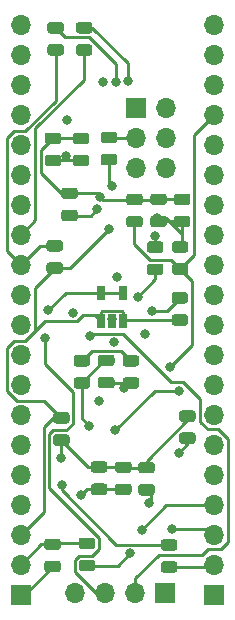
<source format=gbr>
%TF.GenerationSoftware,KiCad,Pcbnew,(5.1.6)-1*%
%TF.CreationDate,2020-09-14T17:11:37+02:00*%
%TF.ProjectId,STM32_blue_pill_4_layers,53544d33-325f-4626-9c75-655f70696c6c,rev?*%
%TF.SameCoordinates,Original*%
%TF.FileFunction,Copper,L4,Bot*%
%TF.FilePolarity,Positive*%
%FSLAX46Y46*%
G04 Gerber Fmt 4.6, Leading zero omitted, Abs format (unit mm)*
G04 Created by KiCad (PCBNEW (5.1.6)-1) date 2020-09-14 17:11:37*
%MOMM*%
%LPD*%
G01*
G04 APERTURE LIST*
%TA.AperFunction,SMDPad,CuDef*%
%ADD10R,0.670000X1.170000*%
%TD*%
%TA.AperFunction,ComponentPad*%
%ADD11O,1.700000X1.700000*%
%TD*%
%TA.AperFunction,ComponentPad*%
%ADD12R,1.700000X1.700000*%
%TD*%
%TA.AperFunction,ViaPad*%
%ADD13C,0.800000*%
%TD*%
%TA.AperFunction,Conductor*%
%ADD14C,0.250000*%
%TD*%
G04 APERTURE END LIST*
D10*
%TO.P,U2,1*%
%TO.N,/5V*%
X130620000Y-87210000D03*
%TO.P,U2,2*%
%TO.N,GND*%
X129680000Y-87210000D03*
%TO.P,U2,3*%
%TO.N,/5V*%
X128740000Y-87210000D03*
%TO.P,U2,4*%
%TO.N,/3V3*%
X128740000Y-84770000D03*
%TO.P,U2,5*%
X130620000Y-84770000D03*
%TD*%
%TO.P,R9,2*%
%TO.N,/BOOT1*%
%TA.AperFunction,SMDPad,CuDef*%
G36*
G01*
X132853750Y-82310000D02*
X133766250Y-82310000D01*
G75*
G02*
X134010000Y-82553750I0J-243750D01*
G01*
X134010000Y-83041250D01*
G75*
G02*
X133766250Y-83285000I-243750J0D01*
G01*
X132853750Y-83285000D01*
G75*
G02*
X132610000Y-83041250I0J243750D01*
G01*
X132610000Y-82553750D01*
G75*
G02*
X132853750Y-82310000I243750J0D01*
G01*
G37*
%TD.AperFunction*%
%TO.P,R9,1*%
%TO.N,Net-(J4-Pad4)*%
%TA.AperFunction,SMDPad,CuDef*%
G36*
G01*
X132853750Y-80435000D02*
X133766250Y-80435000D01*
G75*
G02*
X134010000Y-80678750I0J-243750D01*
G01*
X134010000Y-81166250D01*
G75*
G02*
X133766250Y-81410000I-243750J0D01*
G01*
X132853750Y-81410000D01*
G75*
G02*
X132610000Y-81166250I0J243750D01*
G01*
X132610000Y-80678750D01*
G75*
G02*
X132853750Y-80435000I243750J0D01*
G01*
G37*
%TD.AperFunction*%
%TD*%
%TO.P,R8,2*%
%TO.N,Net-(J4-Pad3)*%
%TA.AperFunction,SMDPad,CuDef*%
G36*
G01*
X129846250Y-72130000D02*
X128933750Y-72130000D01*
G75*
G02*
X128690000Y-71886250I0J243750D01*
G01*
X128690000Y-71398750D01*
G75*
G02*
X128933750Y-71155000I243750J0D01*
G01*
X129846250Y-71155000D01*
G75*
G02*
X130090000Y-71398750I0J-243750D01*
G01*
X130090000Y-71886250D01*
G75*
G02*
X129846250Y-72130000I-243750J0D01*
G01*
G37*
%TD.AperFunction*%
%TO.P,R8,1*%
%TO.N,/BOOT0*%
%TA.AperFunction,SMDPad,CuDef*%
G36*
G01*
X129846250Y-74005000D02*
X128933750Y-74005000D01*
G75*
G02*
X128690000Y-73761250I0J243750D01*
G01*
X128690000Y-73273750D01*
G75*
G02*
X128933750Y-73030000I243750J0D01*
G01*
X129846250Y-73030000D01*
G75*
G02*
X130090000Y-73273750I0J-243750D01*
G01*
X130090000Y-73761250D01*
G75*
G02*
X129846250Y-74005000I-243750J0D01*
G01*
G37*
%TD.AperFunction*%
%TD*%
%TO.P,R7,2*%
%TO.N,/5V*%
%TA.AperFunction,SMDPad,CuDef*%
G36*
G01*
X124353750Y-82202500D02*
X125266250Y-82202500D01*
G75*
G02*
X125510000Y-82446250I0J-243750D01*
G01*
X125510000Y-82933750D01*
G75*
G02*
X125266250Y-83177500I-243750J0D01*
G01*
X124353750Y-83177500D01*
G75*
G02*
X124110000Y-82933750I0J243750D01*
G01*
X124110000Y-82446250D01*
G75*
G02*
X124353750Y-82202500I243750J0D01*
G01*
G37*
%TD.AperFunction*%
%TO.P,R7,1*%
%TO.N,/PA12*%
%TA.AperFunction,SMDPad,CuDef*%
G36*
G01*
X124353750Y-80327500D02*
X125266250Y-80327500D01*
G75*
G02*
X125510000Y-80571250I0J-243750D01*
G01*
X125510000Y-81058750D01*
G75*
G02*
X125266250Y-81302500I-243750J0D01*
G01*
X124353750Y-81302500D01*
G75*
G02*
X124110000Y-81058750I0J243750D01*
G01*
X124110000Y-80571250D01*
G75*
G02*
X124353750Y-80327500I243750J0D01*
G01*
G37*
%TD.AperFunction*%
%TD*%
%TO.P,R6,2*%
%TO.N,/PA11*%
%TA.AperFunction,SMDPad,CuDef*%
G36*
G01*
X126843750Y-63740000D02*
X127756250Y-63740000D01*
G75*
G02*
X128000000Y-63983750I0J-243750D01*
G01*
X128000000Y-64471250D01*
G75*
G02*
X127756250Y-64715000I-243750J0D01*
G01*
X126843750Y-64715000D01*
G75*
G02*
X126600000Y-64471250I0J243750D01*
G01*
X126600000Y-63983750D01*
G75*
G02*
X126843750Y-63740000I243750J0D01*
G01*
G37*
%TD.AperFunction*%
%TO.P,R6,1*%
%TO.N,Net-(J3-Pad2)*%
%TA.AperFunction,SMDPad,CuDef*%
G36*
G01*
X126843750Y-61865000D02*
X127756250Y-61865000D01*
G75*
G02*
X128000000Y-62108750I0J-243750D01*
G01*
X128000000Y-62596250D01*
G75*
G02*
X127756250Y-62840000I-243750J0D01*
G01*
X126843750Y-62840000D01*
G75*
G02*
X126600000Y-62596250I0J243750D01*
G01*
X126600000Y-62108750D01*
G75*
G02*
X126843750Y-61865000I243750J0D01*
G01*
G37*
%TD.AperFunction*%
%TD*%
%TO.P,R5,2*%
%TO.N,/PA12*%
%TA.AperFunction,SMDPad,CuDef*%
G36*
G01*
X124423750Y-63737500D02*
X125336250Y-63737500D01*
G75*
G02*
X125580000Y-63981250I0J-243750D01*
G01*
X125580000Y-64468750D01*
G75*
G02*
X125336250Y-64712500I-243750J0D01*
G01*
X124423750Y-64712500D01*
G75*
G02*
X124180000Y-64468750I0J243750D01*
G01*
X124180000Y-63981250D01*
G75*
G02*
X124423750Y-63737500I243750J0D01*
G01*
G37*
%TD.AperFunction*%
%TO.P,R5,1*%
%TO.N,Net-(J3-Pad3)*%
%TA.AperFunction,SMDPad,CuDef*%
G36*
G01*
X124423750Y-61862500D02*
X125336250Y-61862500D01*
G75*
G02*
X125580000Y-62106250I0J-243750D01*
G01*
X125580000Y-62593750D01*
G75*
G02*
X125336250Y-62837500I-243750J0D01*
G01*
X124423750Y-62837500D01*
G75*
G02*
X124180000Y-62593750I0J243750D01*
G01*
X124180000Y-62106250D01*
G75*
G02*
X124423750Y-61862500I243750J0D01*
G01*
G37*
%TD.AperFunction*%
%TD*%
%TO.P,R4,2*%
%TO.N,Net-(D2-Pad1)*%
%TA.AperFunction,SMDPad,CuDef*%
G36*
G01*
X134946250Y-106622500D02*
X134033750Y-106622500D01*
G75*
G02*
X133790000Y-106378750I0J243750D01*
G01*
X133790000Y-105891250D01*
G75*
G02*
X134033750Y-105647500I243750J0D01*
G01*
X134946250Y-105647500D01*
G75*
G02*
X135190000Y-105891250I0J-243750D01*
G01*
X135190000Y-106378750D01*
G75*
G02*
X134946250Y-106622500I-243750J0D01*
G01*
G37*
%TD.AperFunction*%
%TO.P,R4,1*%
%TO.N,/PC13*%
%TA.AperFunction,SMDPad,CuDef*%
G36*
G01*
X134946250Y-108497500D02*
X134033750Y-108497500D01*
G75*
G02*
X133790000Y-108253750I0J243750D01*
G01*
X133790000Y-107766250D01*
G75*
G02*
X134033750Y-107522500I243750J0D01*
G01*
X134946250Y-107522500D01*
G75*
G02*
X135190000Y-107766250I0J-243750D01*
G01*
X135190000Y-108253750D01*
G75*
G02*
X134946250Y-108497500I-243750J0D01*
G01*
G37*
%TD.AperFunction*%
%TD*%
%TO.P,R3,2*%
%TO.N,Net-(D1-Pad1)*%
%TA.AperFunction,SMDPad,CuDef*%
G36*
G01*
X132123750Y-100977500D02*
X133036250Y-100977500D01*
G75*
G02*
X133280000Y-101221250I0J-243750D01*
G01*
X133280000Y-101708750D01*
G75*
G02*
X133036250Y-101952500I-243750J0D01*
G01*
X132123750Y-101952500D01*
G75*
G02*
X131880000Y-101708750I0J243750D01*
G01*
X131880000Y-101221250D01*
G75*
G02*
X132123750Y-100977500I243750J0D01*
G01*
G37*
%TD.AperFunction*%
%TO.P,R3,1*%
%TO.N,GND*%
%TA.AperFunction,SMDPad,CuDef*%
G36*
G01*
X132123750Y-99102500D02*
X133036250Y-99102500D01*
G75*
G02*
X133280000Y-99346250I0J-243750D01*
G01*
X133280000Y-99833750D01*
G75*
G02*
X133036250Y-100077500I-243750J0D01*
G01*
X132123750Y-100077500D01*
G75*
G02*
X131880000Y-99833750I0J243750D01*
G01*
X131880000Y-99346250D01*
G75*
G02*
X132123750Y-99102500I243750J0D01*
G01*
G37*
%TD.AperFunction*%
%TD*%
%TO.P,R2,2*%
%TO.N,/OSCOUT*%
%TA.AperFunction,SMDPad,CuDef*%
G36*
G01*
X129626250Y-91002500D02*
X128713750Y-91002500D01*
G75*
G02*
X128470000Y-90758750I0J243750D01*
G01*
X128470000Y-90271250D01*
G75*
G02*
X128713750Y-90027500I243750J0D01*
G01*
X129626250Y-90027500D01*
G75*
G02*
X129870000Y-90271250I0J-243750D01*
G01*
X129870000Y-90758750D01*
G75*
G02*
X129626250Y-91002500I-243750J0D01*
G01*
G37*
%TD.AperFunction*%
%TO.P,R2,1*%
%TO.N,/OSCIN*%
%TA.AperFunction,SMDPad,CuDef*%
G36*
G01*
X129626250Y-92877500D02*
X128713750Y-92877500D01*
G75*
G02*
X128470000Y-92633750I0J243750D01*
G01*
X128470000Y-92146250D01*
G75*
G02*
X128713750Y-91902500I243750J0D01*
G01*
X129626250Y-91902500D01*
G75*
G02*
X129870000Y-92146250I0J-243750D01*
G01*
X129870000Y-92633750D01*
G75*
G02*
X129626250Y-92877500I-243750J0D01*
G01*
G37*
%TD.AperFunction*%
%TD*%
%TO.P,R1,2*%
%TO.N,/3V3*%
%TA.AperFunction,SMDPad,CuDef*%
G36*
G01*
X135886250Y-81390000D02*
X134973750Y-81390000D01*
G75*
G02*
X134730000Y-81146250I0J243750D01*
G01*
X134730000Y-80658750D01*
G75*
G02*
X134973750Y-80415000I243750J0D01*
G01*
X135886250Y-80415000D01*
G75*
G02*
X136130000Y-80658750I0J-243750D01*
G01*
X136130000Y-81146250D01*
G75*
G02*
X135886250Y-81390000I-243750J0D01*
G01*
G37*
%TD.AperFunction*%
%TO.P,R1,1*%
%TO.N,/RESET*%
%TA.AperFunction,SMDPad,CuDef*%
G36*
G01*
X135886250Y-83265000D02*
X134973750Y-83265000D01*
G75*
G02*
X134730000Y-83021250I0J243750D01*
G01*
X134730000Y-82533750D01*
G75*
G02*
X134973750Y-82290000I243750J0D01*
G01*
X135886250Y-82290000D01*
G75*
G02*
X136130000Y-82533750I0J-243750D01*
G01*
X136130000Y-83021250D01*
G75*
G02*
X135886250Y-83265000I-243750J0D01*
G01*
G37*
%TD.AperFunction*%
%TD*%
D11*
%TO.P,J5,4*%
%TO.N,GND*%
X126550000Y-110170000D03*
%TO.P,J5,3*%
%TO.N,/SWCLK*%
X129090000Y-110170000D03*
%TO.P,J5,2*%
%TO.N,/SWIO*%
X131630000Y-110170000D03*
D12*
%TO.P,J5,1*%
%TO.N,/3V3*%
X134170000Y-110170000D03*
%TD*%
D11*
%TO.P,J4,6*%
%TO.N,GND*%
X134210000Y-74260000D03*
%TO.P,J4,5*%
X131670000Y-74260000D03*
%TO.P,J4,4*%
%TO.N,Net-(J4-Pad4)*%
X134210000Y-71720000D03*
%TO.P,J4,3*%
%TO.N,Net-(J4-Pad3)*%
X131670000Y-71720000D03*
%TO.P,J4,2*%
%TO.N,/3V3*%
X134210000Y-69180000D03*
D12*
%TO.P,J4,1*%
X131670000Y-69180000D03*
%TD*%
D11*
%TO.P,J2,20*%
%TO.N,/PB12*%
X121950000Y-62090000D03*
%TO.P,J2,19*%
%TO.N,/PB13*%
X121950000Y-64630000D03*
%TO.P,J2,18*%
%TO.N,/PB14*%
X121950000Y-67170000D03*
%TO.P,J2,17*%
%TO.N,/PB15*%
X121950000Y-69710000D03*
%TO.P,J2,16*%
%TO.N,/PA8*%
X121950000Y-72250000D03*
%TO.P,J2,15*%
%TO.N,/PA9*%
X121950000Y-74790000D03*
%TO.P,J2,14*%
%TO.N,/PA10*%
X121950000Y-77330000D03*
%TO.P,J2,13*%
%TO.N,/PA11*%
X121950000Y-79870000D03*
%TO.P,J2,12*%
%TO.N,/PA12*%
X121950000Y-82410000D03*
%TO.P,J2,11*%
%TO.N,/PA15*%
X121950000Y-84950000D03*
%TO.P,J2,10*%
%TO.N,/PB3*%
X121950000Y-87490000D03*
%TO.P,J2,9*%
%TO.N,/PB4*%
X121950000Y-90030000D03*
%TO.P,J2,8*%
%TO.N,/PB5*%
X121950000Y-92570000D03*
%TO.P,J2,7*%
%TO.N,/PB6*%
X121950000Y-95110000D03*
%TO.P,J2,6*%
%TO.N,/PB7*%
X121950000Y-97650000D03*
%TO.P,J2,5*%
%TO.N,/PB8*%
X121950000Y-100190000D03*
%TO.P,J2,4*%
%TO.N,/PB9*%
X121950000Y-102730000D03*
%TO.P,J2,3*%
%TO.N,/5V*%
X121950000Y-105270000D03*
%TO.P,J2,2*%
%TO.N,GND*%
X121950000Y-107810000D03*
D12*
%TO.P,J2,1*%
%TO.N,/3V3*%
X121950000Y-110350000D03*
%TD*%
D11*
%TO.P,J1,20*%
%TO.N,GND*%
X138320000Y-62130000D03*
%TO.P,J1,19*%
X138320000Y-64670000D03*
%TO.P,J1,18*%
%TO.N,/3V3*%
X138320000Y-67210000D03*
%TO.P,J1,17*%
%TO.N,/RESET*%
X138320000Y-69750000D03*
%TO.P,J1,16*%
%TO.N,/PB11*%
X138320000Y-72290000D03*
%TO.P,J1,15*%
%TO.N,/PB10*%
X138320000Y-74830000D03*
%TO.P,J1,14*%
%TO.N,/PB1*%
X138320000Y-77370000D03*
%TO.P,J1,13*%
%TO.N,/PB0*%
X138320000Y-79910000D03*
%TO.P,J1,12*%
%TO.N,/PA7*%
X138320000Y-82450000D03*
%TO.P,J1,11*%
%TO.N,/PA6*%
X138320000Y-84990000D03*
%TO.P,J1,10*%
%TO.N,/PA5*%
X138320000Y-87530000D03*
%TO.P,J1,9*%
%TO.N,/PA4*%
X138320000Y-90070000D03*
%TO.P,J1,8*%
%TO.N,/PA3*%
X138320000Y-92610000D03*
%TO.P,J1,7*%
%TO.N,/PA2*%
X138320000Y-95150000D03*
%TO.P,J1,6*%
%TO.N,/PA1*%
X138320000Y-97690000D03*
%TO.P,J1,5*%
%TO.N,/PA0*%
X138320000Y-100230000D03*
%TO.P,J1,4*%
%TO.N,/PC15*%
X138320000Y-102770000D03*
%TO.P,J1,3*%
%TO.N,/PC14*%
X138320000Y-105310000D03*
%TO.P,J1,2*%
%TO.N,/PC13*%
X138320000Y-107850000D03*
D12*
%TO.P,J1,1*%
%TO.N,/VBAT*%
X138320000Y-110390000D03*
%TD*%
%TO.P,C15,2*%
%TO.N,GND*%
%TA.AperFunction,SMDPad,CuDef*%
G36*
G01*
X129016250Y-100032500D02*
X128103750Y-100032500D01*
G75*
G02*
X127860000Y-99788750I0J243750D01*
G01*
X127860000Y-99301250D01*
G75*
G02*
X128103750Y-99057500I243750J0D01*
G01*
X129016250Y-99057500D01*
G75*
G02*
X129260000Y-99301250I0J-243750D01*
G01*
X129260000Y-99788750D01*
G75*
G02*
X129016250Y-100032500I-243750J0D01*
G01*
G37*
%TD.AperFunction*%
%TO.P,C15,1*%
%TO.N,/3V3*%
%TA.AperFunction,SMDPad,CuDef*%
G36*
G01*
X129016250Y-101907500D02*
X128103750Y-101907500D01*
G75*
G02*
X127860000Y-101663750I0J243750D01*
G01*
X127860000Y-101176250D01*
G75*
G02*
X128103750Y-100932500I243750J0D01*
G01*
X129016250Y-100932500D01*
G75*
G02*
X129260000Y-101176250I0J-243750D01*
G01*
X129260000Y-101663750D01*
G75*
G02*
X129016250Y-101907500I-243750J0D01*
G01*
G37*
%TD.AperFunction*%
%TD*%
%TO.P,C14,2*%
%TO.N,GND*%
%TA.AperFunction,SMDPad,CuDef*%
G36*
G01*
X125106250Y-72197500D02*
X124193750Y-72197500D01*
G75*
G02*
X123950000Y-71953750I0J243750D01*
G01*
X123950000Y-71466250D01*
G75*
G02*
X124193750Y-71222500I243750J0D01*
G01*
X125106250Y-71222500D01*
G75*
G02*
X125350000Y-71466250I0J-243750D01*
G01*
X125350000Y-71953750D01*
G75*
G02*
X125106250Y-72197500I-243750J0D01*
G01*
G37*
%TD.AperFunction*%
%TO.P,C14,1*%
%TO.N,/3V3*%
%TA.AperFunction,SMDPad,CuDef*%
G36*
G01*
X125106250Y-74072500D02*
X124193750Y-74072500D01*
G75*
G02*
X123950000Y-73828750I0J243750D01*
G01*
X123950000Y-73341250D01*
G75*
G02*
X124193750Y-73097500I243750J0D01*
G01*
X125106250Y-73097500D01*
G75*
G02*
X125350000Y-73341250I0J-243750D01*
G01*
X125350000Y-73828750D01*
G75*
G02*
X125106250Y-74072500I-243750J0D01*
G01*
G37*
%TD.AperFunction*%
%TD*%
%TO.P,C13,2*%
%TO.N,GND*%
%TA.AperFunction,SMDPad,CuDef*%
G36*
G01*
X136046250Y-77357500D02*
X135133750Y-77357500D01*
G75*
G02*
X134890000Y-77113750I0J243750D01*
G01*
X134890000Y-76626250D01*
G75*
G02*
X135133750Y-76382500I243750J0D01*
G01*
X136046250Y-76382500D01*
G75*
G02*
X136290000Y-76626250I0J-243750D01*
G01*
X136290000Y-77113750D01*
G75*
G02*
X136046250Y-77357500I-243750J0D01*
G01*
G37*
%TD.AperFunction*%
%TO.P,C13,1*%
%TO.N,/3V3*%
%TA.AperFunction,SMDPad,CuDef*%
G36*
G01*
X136046250Y-79232500D02*
X135133750Y-79232500D01*
G75*
G02*
X134890000Y-78988750I0J243750D01*
G01*
X134890000Y-78501250D01*
G75*
G02*
X135133750Y-78257500I243750J0D01*
G01*
X136046250Y-78257500D01*
G75*
G02*
X136290000Y-78501250I0J-243750D01*
G01*
X136290000Y-78988750D01*
G75*
G02*
X136046250Y-79232500I-243750J0D01*
G01*
G37*
%TD.AperFunction*%
%TD*%
%TO.P,C12,2*%
%TO.N,GND*%
%TA.AperFunction,SMDPad,CuDef*%
G36*
G01*
X127486250Y-72197500D02*
X126573750Y-72197500D01*
G75*
G02*
X126330000Y-71953750I0J243750D01*
G01*
X126330000Y-71466250D01*
G75*
G02*
X126573750Y-71222500I243750J0D01*
G01*
X127486250Y-71222500D01*
G75*
G02*
X127730000Y-71466250I0J-243750D01*
G01*
X127730000Y-71953750D01*
G75*
G02*
X127486250Y-72197500I-243750J0D01*
G01*
G37*
%TD.AperFunction*%
%TO.P,C12,1*%
%TO.N,/3V3*%
%TA.AperFunction,SMDPad,CuDef*%
G36*
G01*
X127486250Y-74072500D02*
X126573750Y-74072500D01*
G75*
G02*
X126330000Y-73828750I0J243750D01*
G01*
X126330000Y-73341250D01*
G75*
G02*
X126573750Y-73097500I243750J0D01*
G01*
X127486250Y-73097500D01*
G75*
G02*
X127730000Y-73341250I0J-243750D01*
G01*
X127730000Y-73828750D01*
G75*
G02*
X127486250Y-74072500I-243750J0D01*
G01*
G37*
%TD.AperFunction*%
%TD*%
%TO.P,C11,2*%
%TO.N,GND*%
%TA.AperFunction,SMDPad,CuDef*%
G36*
G01*
X135856250Y-85702500D02*
X134943750Y-85702500D01*
G75*
G02*
X134700000Y-85458750I0J243750D01*
G01*
X134700000Y-84971250D01*
G75*
G02*
X134943750Y-84727500I243750J0D01*
G01*
X135856250Y-84727500D01*
G75*
G02*
X136100000Y-84971250I0J-243750D01*
G01*
X136100000Y-85458750D01*
G75*
G02*
X135856250Y-85702500I-243750J0D01*
G01*
G37*
%TD.AperFunction*%
%TO.P,C11,1*%
%TO.N,/5V*%
%TA.AperFunction,SMDPad,CuDef*%
G36*
G01*
X135856250Y-87577500D02*
X134943750Y-87577500D01*
G75*
G02*
X134700000Y-87333750I0J243750D01*
G01*
X134700000Y-86846250D01*
G75*
G02*
X134943750Y-86602500I243750J0D01*
G01*
X135856250Y-86602500D01*
G75*
G02*
X136100000Y-86846250I0J-243750D01*
G01*
X136100000Y-87333750D01*
G75*
G02*
X135856250Y-87577500I-243750J0D01*
G01*
G37*
%TD.AperFunction*%
%TD*%
%TO.P,C10,2*%
%TO.N,GND*%
%TA.AperFunction,SMDPad,CuDef*%
G36*
G01*
X124903750Y-96762500D02*
X125816250Y-96762500D01*
G75*
G02*
X126060000Y-97006250I0J-243750D01*
G01*
X126060000Y-97493750D01*
G75*
G02*
X125816250Y-97737500I-243750J0D01*
G01*
X124903750Y-97737500D01*
G75*
G02*
X124660000Y-97493750I0J243750D01*
G01*
X124660000Y-97006250D01*
G75*
G02*
X124903750Y-96762500I243750J0D01*
G01*
G37*
%TD.AperFunction*%
%TO.P,C10,1*%
%TO.N,/5V*%
%TA.AperFunction,SMDPad,CuDef*%
G36*
G01*
X124903750Y-94887500D02*
X125816250Y-94887500D01*
G75*
G02*
X126060000Y-95131250I0J-243750D01*
G01*
X126060000Y-95618750D01*
G75*
G02*
X125816250Y-95862500I-243750J0D01*
G01*
X124903750Y-95862500D01*
G75*
G02*
X124660000Y-95618750I0J243750D01*
G01*
X124660000Y-95131250D01*
G75*
G02*
X124903750Y-94887500I243750J0D01*
G01*
G37*
%TD.AperFunction*%
%TD*%
%TO.P,C9,2*%
%TO.N,GND*%
%TA.AperFunction,SMDPad,CuDef*%
G36*
G01*
X134046250Y-77357500D02*
X133133750Y-77357500D01*
G75*
G02*
X132890000Y-77113750I0J243750D01*
G01*
X132890000Y-76626250D01*
G75*
G02*
X133133750Y-76382500I243750J0D01*
G01*
X134046250Y-76382500D01*
G75*
G02*
X134290000Y-76626250I0J-243750D01*
G01*
X134290000Y-77113750D01*
G75*
G02*
X134046250Y-77357500I-243750J0D01*
G01*
G37*
%TD.AperFunction*%
%TO.P,C9,1*%
%TO.N,/3V3*%
%TA.AperFunction,SMDPad,CuDef*%
G36*
G01*
X134046250Y-79232500D02*
X133133750Y-79232500D01*
G75*
G02*
X132890000Y-78988750I0J243750D01*
G01*
X132890000Y-78501250D01*
G75*
G02*
X133133750Y-78257500I243750J0D01*
G01*
X134046250Y-78257500D01*
G75*
G02*
X134290000Y-78501250I0J-243750D01*
G01*
X134290000Y-78988750D01*
G75*
G02*
X134046250Y-79232500I-243750J0D01*
G01*
G37*
%TD.AperFunction*%
%TD*%
%TO.P,C8,2*%
%TO.N,GND*%
%TA.AperFunction,SMDPad,CuDef*%
G36*
G01*
X126516250Y-76860000D02*
X125603750Y-76860000D01*
G75*
G02*
X125360000Y-76616250I0J243750D01*
G01*
X125360000Y-76128750D01*
G75*
G02*
X125603750Y-75885000I243750J0D01*
G01*
X126516250Y-75885000D01*
G75*
G02*
X126760000Y-76128750I0J-243750D01*
G01*
X126760000Y-76616250D01*
G75*
G02*
X126516250Y-76860000I-243750J0D01*
G01*
G37*
%TD.AperFunction*%
%TO.P,C8,1*%
%TO.N,/3V3*%
%TA.AperFunction,SMDPad,CuDef*%
G36*
G01*
X126516250Y-78735000D02*
X125603750Y-78735000D01*
G75*
G02*
X125360000Y-78491250I0J243750D01*
G01*
X125360000Y-78003750D01*
G75*
G02*
X125603750Y-77760000I243750J0D01*
G01*
X126516250Y-77760000D01*
G75*
G02*
X126760000Y-78003750I0J-243750D01*
G01*
X126760000Y-78491250D01*
G75*
G02*
X126516250Y-78735000I-243750J0D01*
G01*
G37*
%TD.AperFunction*%
%TD*%
%TO.P,C7,2*%
%TO.N,GND*%
%TA.AperFunction,SMDPad,CuDef*%
G36*
G01*
X131066250Y-100047500D02*
X130153750Y-100047500D01*
G75*
G02*
X129910000Y-99803750I0J243750D01*
G01*
X129910000Y-99316250D01*
G75*
G02*
X130153750Y-99072500I243750J0D01*
G01*
X131066250Y-99072500D01*
G75*
G02*
X131310000Y-99316250I0J-243750D01*
G01*
X131310000Y-99803750D01*
G75*
G02*
X131066250Y-100047500I-243750J0D01*
G01*
G37*
%TD.AperFunction*%
%TO.P,C7,1*%
%TO.N,/3V3*%
%TA.AperFunction,SMDPad,CuDef*%
G36*
G01*
X131066250Y-101922500D02*
X130153750Y-101922500D01*
G75*
G02*
X129910000Y-101678750I0J243750D01*
G01*
X129910000Y-101191250D01*
G75*
G02*
X130153750Y-100947500I243750J0D01*
G01*
X131066250Y-100947500D01*
G75*
G02*
X131310000Y-101191250I0J-243750D01*
G01*
X131310000Y-101678750D01*
G75*
G02*
X131066250Y-101922500I-243750J0D01*
G01*
G37*
%TD.AperFunction*%
%TD*%
%TO.P,C6,2*%
%TO.N,/PC15*%
%TA.AperFunction,SMDPad,CuDef*%
G36*
G01*
X127073750Y-107392500D02*
X127986250Y-107392500D01*
G75*
G02*
X128230000Y-107636250I0J-243750D01*
G01*
X128230000Y-108123750D01*
G75*
G02*
X127986250Y-108367500I-243750J0D01*
G01*
X127073750Y-108367500D01*
G75*
G02*
X126830000Y-108123750I0J243750D01*
G01*
X126830000Y-107636250D01*
G75*
G02*
X127073750Y-107392500I243750J0D01*
G01*
G37*
%TD.AperFunction*%
%TO.P,C6,1*%
%TO.N,GND*%
%TA.AperFunction,SMDPad,CuDef*%
G36*
G01*
X127073750Y-105517500D02*
X127986250Y-105517500D01*
G75*
G02*
X128230000Y-105761250I0J-243750D01*
G01*
X128230000Y-106248750D01*
G75*
G02*
X127986250Y-106492500I-243750J0D01*
G01*
X127073750Y-106492500D01*
G75*
G02*
X126830000Y-106248750I0J243750D01*
G01*
X126830000Y-105761250D01*
G75*
G02*
X127073750Y-105517500I243750J0D01*
G01*
G37*
%TD.AperFunction*%
%TD*%
%TO.P,C5,2*%
%TO.N,GND*%
%TA.AperFunction,SMDPad,CuDef*%
G36*
G01*
X136496250Y-95712500D02*
X135583750Y-95712500D01*
G75*
G02*
X135340000Y-95468750I0J243750D01*
G01*
X135340000Y-94981250D01*
G75*
G02*
X135583750Y-94737500I243750J0D01*
G01*
X136496250Y-94737500D01*
G75*
G02*
X136740000Y-94981250I0J-243750D01*
G01*
X136740000Y-95468750D01*
G75*
G02*
X136496250Y-95712500I-243750J0D01*
G01*
G37*
%TD.AperFunction*%
%TO.P,C5,1*%
%TO.N,/PC14*%
%TA.AperFunction,SMDPad,CuDef*%
G36*
G01*
X136496250Y-97587500D02*
X135583750Y-97587500D01*
G75*
G02*
X135340000Y-97343750I0J243750D01*
G01*
X135340000Y-96856250D01*
G75*
G02*
X135583750Y-96612500I243750J0D01*
G01*
X136496250Y-96612500D01*
G75*
G02*
X136740000Y-96856250I0J-243750D01*
G01*
X136740000Y-97343750D01*
G75*
G02*
X136496250Y-97587500I-243750J0D01*
G01*
G37*
%TD.AperFunction*%
%TD*%
%TO.P,C4,2*%
%TO.N,/OSCOUT*%
%TA.AperFunction,SMDPad,CuDef*%
G36*
G01*
X126653750Y-91932500D02*
X127566250Y-91932500D01*
G75*
G02*
X127810000Y-92176250I0J-243750D01*
G01*
X127810000Y-92663750D01*
G75*
G02*
X127566250Y-92907500I-243750J0D01*
G01*
X126653750Y-92907500D01*
G75*
G02*
X126410000Y-92663750I0J243750D01*
G01*
X126410000Y-92176250D01*
G75*
G02*
X126653750Y-91932500I243750J0D01*
G01*
G37*
%TD.AperFunction*%
%TO.P,C4,1*%
%TO.N,Net-(C3-Pad2)*%
%TA.AperFunction,SMDPad,CuDef*%
G36*
G01*
X126653750Y-90057500D02*
X127566250Y-90057500D01*
G75*
G02*
X127810000Y-90301250I0J-243750D01*
G01*
X127810000Y-90788750D01*
G75*
G02*
X127566250Y-91032500I-243750J0D01*
G01*
X126653750Y-91032500D01*
G75*
G02*
X126410000Y-90788750I0J243750D01*
G01*
X126410000Y-90301250D01*
G75*
G02*
X126653750Y-90057500I243750J0D01*
G01*
G37*
%TD.AperFunction*%
%TD*%
%TO.P,C3,2*%
%TO.N,Net-(C3-Pad2)*%
%TA.AperFunction,SMDPad,CuDef*%
G36*
G01*
X131716250Y-91032500D02*
X130803750Y-91032500D01*
G75*
G02*
X130560000Y-90788750I0J243750D01*
G01*
X130560000Y-90301250D01*
G75*
G02*
X130803750Y-90057500I243750J0D01*
G01*
X131716250Y-90057500D01*
G75*
G02*
X131960000Y-90301250I0J-243750D01*
G01*
X131960000Y-90788750D01*
G75*
G02*
X131716250Y-91032500I-243750J0D01*
G01*
G37*
%TD.AperFunction*%
%TO.P,C3,1*%
%TO.N,/OSCIN*%
%TA.AperFunction,SMDPad,CuDef*%
G36*
G01*
X131716250Y-92907500D02*
X130803750Y-92907500D01*
G75*
G02*
X130560000Y-92663750I0J243750D01*
G01*
X130560000Y-92176250D01*
G75*
G02*
X130803750Y-91932500I243750J0D01*
G01*
X131716250Y-91932500D01*
G75*
G02*
X131960000Y-92176250I0J-243750D01*
G01*
X131960000Y-92663750D01*
G75*
G02*
X131716250Y-92907500I-243750J0D01*
G01*
G37*
%TD.AperFunction*%
%TD*%
%TO.P,C2,2*%
%TO.N,GND*%
%TA.AperFunction,SMDPad,CuDef*%
G36*
G01*
X125076250Y-106577500D02*
X124163750Y-106577500D01*
G75*
G02*
X123920000Y-106333750I0J243750D01*
G01*
X123920000Y-105846250D01*
G75*
G02*
X124163750Y-105602500I243750J0D01*
G01*
X125076250Y-105602500D01*
G75*
G02*
X125320000Y-105846250I0J-243750D01*
G01*
X125320000Y-106333750D01*
G75*
G02*
X125076250Y-106577500I-243750J0D01*
G01*
G37*
%TD.AperFunction*%
%TO.P,C2,1*%
%TO.N,/3V3*%
%TA.AperFunction,SMDPad,CuDef*%
G36*
G01*
X125076250Y-108452500D02*
X124163750Y-108452500D01*
G75*
G02*
X123920000Y-108208750I0J243750D01*
G01*
X123920000Y-107721250D01*
G75*
G02*
X124163750Y-107477500I243750J0D01*
G01*
X125076250Y-107477500D01*
G75*
G02*
X125320000Y-107721250I0J-243750D01*
G01*
X125320000Y-108208750D01*
G75*
G02*
X125076250Y-108452500I-243750J0D01*
G01*
G37*
%TD.AperFunction*%
%TD*%
%TO.P,C1,2*%
%TO.N,GND*%
%TA.AperFunction,SMDPad,CuDef*%
G36*
G01*
X132016250Y-77380000D02*
X131103750Y-77380000D01*
G75*
G02*
X130860000Y-77136250I0J243750D01*
G01*
X130860000Y-76648750D01*
G75*
G02*
X131103750Y-76405000I243750J0D01*
G01*
X132016250Y-76405000D01*
G75*
G02*
X132260000Y-76648750I0J-243750D01*
G01*
X132260000Y-77136250D01*
G75*
G02*
X132016250Y-77380000I-243750J0D01*
G01*
G37*
%TD.AperFunction*%
%TO.P,C1,1*%
%TO.N,/RESET*%
%TA.AperFunction,SMDPad,CuDef*%
G36*
G01*
X132016250Y-79255000D02*
X131103750Y-79255000D01*
G75*
G02*
X130860000Y-79011250I0J243750D01*
G01*
X130860000Y-78523750D01*
G75*
G02*
X131103750Y-78280000I243750J0D01*
G01*
X132016250Y-78280000D01*
G75*
G02*
X132260000Y-78523750I0J-243750D01*
G01*
X132260000Y-79011250D01*
G75*
G02*
X132016250Y-79255000I-243750J0D01*
G01*
G37*
%TD.AperFunction*%
%TD*%
D13*
%TO.N,GND*%
X125360000Y-98770000D03*
X130070000Y-83440000D03*
X132460000Y-88270000D03*
X128890000Y-66920000D03*
X125810000Y-70120000D03*
X129675012Y-87025009D03*
X133030000Y-86320000D03*
X128663425Y-76683985D03*
X126331193Y-86466484D03*
X129798621Y-88977480D03*
%TO.N,/RESET*%
X134582660Y-91047340D03*
%TO.N,/3V3*%
X128529417Y-93987900D03*
X125743463Y-73193146D03*
X128422379Y-77674437D03*
X124235587Y-86276785D03*
X127050000Y-101880000D03*
X133484990Y-78487102D03*
%TO.N,/OSCIN*%
X130670000Y-92840000D03*
%TO.N,/OSCOUT*%
X127740865Y-96060865D03*
X129930000Y-96420000D03*
X135367898Y-93072579D03*
%TO.N,/PC14*%
X134761883Y-104747819D03*
X135304990Y-98335534D03*
%TO.N,/PC15*%
X131204568Y-106860010D03*
X132170000Y-104830000D03*
%TO.N,/5V*%
X129430000Y-79380000D03*
%TO.N,Net-(D1-Pad1)*%
X132770182Y-102585618D03*
%TO.N,Net-(D2-Pad1)*%
X125410000Y-101080000D03*
%TO.N,Net-(J3-Pad3)*%
X130006683Y-66908381D03*
%TO.N,Net-(J3-Pad2)*%
X131004990Y-66850000D03*
%TO.N,Net-(J4-Pad4)*%
X133310000Y-79960000D03*
%TO.N,/SWCLK*%
X124010000Y-88630000D03*
%TO.N,/SWIO*%
X127800000Y-88460000D03*
%TO.N,/BOOT0*%
X129630000Y-75740000D03*
%TO.N,/BOOT1*%
X131850000Y-85120000D03*
%TD*%
D14*
%TO.N,GND*%
X123670000Y-106090000D02*
X121950000Y-107810000D01*
X124620000Y-106090000D02*
X123670000Y-106090000D01*
X124705000Y-106005000D02*
X124620000Y-106090000D01*
X127530000Y-106005000D02*
X124705000Y-106005000D01*
X130640000Y-99590000D02*
X130610000Y-99560000D01*
X132580000Y-99590000D02*
X130640000Y-99590000D01*
X128575000Y-99560000D02*
X128560000Y-99545000D01*
X130610000Y-99560000D02*
X128575000Y-99560000D01*
X127655000Y-99545000D02*
X125360000Y-97250000D01*
X128560000Y-99545000D02*
X127655000Y-99545000D01*
X132580000Y-99055650D02*
X136040000Y-95595650D01*
X136040000Y-95595650D02*
X136040000Y-95225000D01*
X132580000Y-99590000D02*
X132580000Y-99055650D01*
X125360000Y-97250000D02*
X125360000Y-98770000D01*
X124650000Y-71710000D02*
X127030000Y-71710000D01*
X133567500Y-76892500D02*
X133590000Y-76870000D01*
X131560000Y-76892500D02*
X133567500Y-76892500D01*
X133590000Y-76870000D02*
X135590000Y-76870000D01*
X126060000Y-76372500D02*
X125360000Y-76372500D01*
X125360000Y-76372500D02*
X123624990Y-74637490D01*
X123624990Y-72735010D02*
X124650000Y-71710000D01*
X123624990Y-74637490D02*
X123624990Y-72735010D01*
X129680000Y-87210000D02*
X129680000Y-87029997D01*
X129680000Y-87029997D02*
X129675012Y-87025009D01*
X135400000Y-85215000D02*
X134295000Y-86320000D01*
X134295000Y-86320000D02*
X133030000Y-86320000D01*
X128871940Y-76892500D02*
X128663425Y-76683985D01*
X126060000Y-76372500D02*
X128351940Y-76372500D01*
X131560000Y-76892500D02*
X128871940Y-76892500D01*
X128351940Y-76372500D02*
X128663425Y-76683985D01*
%TO.N,/RESET*%
X132868140Y-81984990D02*
X131560000Y-80676850D01*
X131560000Y-80676850D02*
X131560000Y-78767500D01*
X134637490Y-81984990D02*
X132868140Y-81984990D01*
X135430000Y-82777500D02*
X134637490Y-81984990D01*
X136615010Y-71454990D02*
X138320000Y-69750000D01*
X135430000Y-82777500D02*
X136615010Y-81592490D01*
X136615010Y-81592490D02*
X136615010Y-71454990D01*
X136425010Y-83772510D02*
X136425010Y-89204990D01*
X136425010Y-89204990D02*
X134582660Y-91047340D01*
X135430000Y-82777500D02*
X136425010Y-83772510D01*
%TO.N,/3V3*%
X127030000Y-73585000D02*
X124650000Y-73585000D01*
X135590000Y-78745000D02*
X133590000Y-78745000D01*
X135590000Y-80742500D02*
X135430000Y-80902500D01*
X130620000Y-84770000D02*
X128740000Y-84770000D01*
X128575000Y-101435000D02*
X128560000Y-101420000D01*
X130610000Y-101435000D02*
X128575000Y-101435000D01*
X122235000Y-110350000D02*
X121950000Y-110350000D01*
X124620000Y-107965000D02*
X122235000Y-110350000D01*
X135590000Y-78745000D02*
X135590000Y-79830000D01*
X135590000Y-79830000D02*
X135590000Y-80742500D01*
X125351609Y-73585000D02*
X125743463Y-73193146D01*
X124650000Y-73585000D02*
X125351609Y-73585000D01*
X127849316Y-78247500D02*
X128422379Y-77674437D01*
X126060000Y-78247500D02*
X127849316Y-78247500D01*
X128740000Y-84770000D02*
X125742372Y-84770000D01*
X125742372Y-84770000D02*
X124235587Y-86276785D01*
X128560000Y-101420000D02*
X127510000Y-101420000D01*
X127510000Y-101420000D02*
X127050000Y-101880000D01*
X135590000Y-79830000D02*
X134247102Y-78487102D01*
X134247102Y-78487102D02*
X133484990Y-78487102D01*
%TO.N,Net-(C3-Pad2)*%
X130417490Y-89702490D02*
X127952510Y-89702490D01*
X131260000Y-90545000D02*
X130417490Y-89702490D01*
X127952510Y-89702490D02*
X127110000Y-90545000D01*
%TO.N,/OSCIN*%
X131230000Y-92390000D02*
X131260000Y-92420000D01*
X129170000Y-92390000D02*
X131230000Y-92390000D01*
X131260000Y-92420000D02*
X131090000Y-92420000D01*
X131090000Y-92420000D02*
X130670000Y-92840000D01*
%TO.N,/OSCOUT*%
X129015000Y-90515000D02*
X129170000Y-90515000D01*
X127110000Y-92420000D02*
X129015000Y-90515000D01*
X127110000Y-92420000D02*
X127110000Y-95430000D01*
X127110000Y-95430000D02*
X127740865Y-96060865D01*
X129930000Y-96420000D02*
X133277421Y-93072579D01*
X133277421Y-93072579D02*
X135367898Y-93072579D01*
%TO.N,/PC14*%
X134761883Y-104747819D02*
X137757819Y-104747819D01*
X137757819Y-104747819D02*
X138320000Y-105310000D01*
X136040000Y-97600524D02*
X135304990Y-98335534D01*
X136040000Y-97100000D02*
X136040000Y-97600524D01*
%TO.N,/PC15*%
X127530000Y-107880000D02*
X130184578Y-107880000D01*
X130184578Y-107880000D02*
X131204568Y-106860010D01*
X138320000Y-102770000D02*
X134230000Y-102770000D01*
X134230000Y-102770000D02*
X132170000Y-104830000D01*
%TO.N,/5V*%
X128740000Y-86375000D02*
X128740000Y-87210000D01*
X130544999Y-86299999D02*
X128815001Y-86299999D01*
X128815001Y-86299999D02*
X128740000Y-86375000D01*
X130620000Y-87210000D02*
X130620000Y-86375000D01*
X130620000Y-86375000D02*
X130544999Y-86299999D01*
X130740000Y-87090000D02*
X130620000Y-87210000D01*
X135400000Y-87090000D02*
X130740000Y-87090000D01*
X123919999Y-93934999D02*
X125360000Y-95375000D01*
X121575997Y-93934999D02*
X123919999Y-93934999D01*
X120774999Y-89465999D02*
X120774999Y-93134001D01*
X121385999Y-88854999D02*
X120774999Y-89465999D01*
X122324003Y-88854999D02*
X121385999Y-88854999D01*
X120774999Y-93134001D02*
X121575997Y-93934999D01*
X123125001Y-88054001D02*
X122324003Y-88854999D01*
X123125001Y-84374999D02*
X123125001Y-88054001D01*
X124810000Y-82690000D02*
X123125001Y-84374999D01*
X124660000Y-95375000D02*
X125360000Y-95375000D01*
X123884979Y-96150021D02*
X124660000Y-95375000D01*
X121950000Y-105270000D02*
X123884979Y-103335021D01*
X123884979Y-103335021D02*
X123884979Y-96150021D01*
X127185681Y-86684998D02*
X126660679Y-87210000D01*
X128214998Y-86684998D02*
X127185681Y-86684998D01*
X123969002Y-87210000D02*
X123125001Y-88054001D01*
X126660679Y-87210000D02*
X123969002Y-87210000D01*
X128740000Y-87210000D02*
X128214998Y-86684998D01*
X126120000Y-82690000D02*
X124810000Y-82690000D01*
X129430000Y-79380000D02*
X126120000Y-82690000D01*
%TO.N,Net-(D1-Pad1)*%
X132925000Y-101465000D02*
X132925000Y-102430800D01*
X132925000Y-102430800D02*
X132770182Y-102585618D01*
%TO.N,Net-(D2-Pad1)*%
X130025000Y-106135000D02*
X125410000Y-101520000D01*
X134490000Y-106135000D02*
X130025000Y-106135000D01*
X125410000Y-101520000D02*
X125410000Y-101080000D01*
%TO.N,/PC13*%
X138160000Y-108010000D02*
X138320000Y-107850000D01*
X134490000Y-108010000D02*
X138160000Y-108010000D01*
%TO.N,/PA11*%
X127300000Y-64227500D02*
X127300000Y-66735412D01*
X127300000Y-66735412D02*
X123174980Y-70860432D01*
X123174980Y-70860432D02*
X123174980Y-78645020D01*
X123174980Y-78645020D02*
X121950000Y-79870000D01*
%TO.N,/PA12*%
X122324003Y-71074999D02*
X121385999Y-71074999D01*
X124880000Y-68519002D02*
X122324003Y-71074999D01*
X120774999Y-81234999D02*
X121950000Y-82410000D01*
X120774999Y-71685999D02*
X120774999Y-81234999D01*
X121385999Y-71074999D02*
X120774999Y-71685999D01*
X124880000Y-64225000D02*
X124880000Y-68519002D01*
X123545000Y-80815000D02*
X121950000Y-82410000D01*
X124810000Y-80815000D02*
X123545000Y-80815000D01*
%TO.N,Net-(J3-Pad3)*%
X130006683Y-65429833D02*
X130006683Y-66908381D01*
X125695010Y-63165010D02*
X127741860Y-63165010D01*
X127741860Y-63165010D02*
X130006683Y-65429833D01*
X124880000Y-62350000D02*
X125695010Y-63165010D01*
%TO.N,Net-(J3-Pad2)*%
X131004990Y-65357490D02*
X131004990Y-66850000D01*
X127300000Y-62352500D02*
X128000000Y-62352500D01*
X128000000Y-62352500D02*
X131004990Y-65357490D01*
%TO.N,Net-(J4-Pad4)*%
X133310000Y-80922500D02*
X133310000Y-79960000D01*
%TO.N,Net-(J4-Pad3)*%
X129467500Y-71720000D02*
X129390000Y-71642500D01*
X131670000Y-71720000D02*
X129467500Y-71720000D01*
%TO.N,/SWCLK*%
X128289002Y-110170000D02*
X129090000Y-110170000D01*
X126504990Y-108385988D02*
X128289002Y-110170000D01*
X126504990Y-107400660D02*
X126504990Y-108385988D01*
X128555010Y-106484340D02*
X127971860Y-107067490D01*
X124334990Y-101305640D02*
X128555010Y-105525660D01*
X127971860Y-107067490D02*
X126838160Y-107067490D01*
X126385010Y-95854340D02*
X125801860Y-96437490D01*
X124334990Y-96770660D02*
X124334990Y-101305640D01*
X128555010Y-105525660D02*
X128555010Y-106484340D01*
X125801860Y-96437490D02*
X124668160Y-96437490D01*
X124668160Y-96437490D02*
X124334990Y-96770660D01*
X126838160Y-107067490D02*
X126504990Y-107400660D01*
X124010000Y-90824350D02*
X126385010Y-93199360D01*
X126385010Y-93199360D02*
X126385010Y-95854340D01*
X124010000Y-88630000D02*
X124010000Y-90824350D01*
%TO.N,/SWIO*%
X137144999Y-93776678D02*
X135703319Y-92334998D01*
X137293490Y-106947510D02*
X137755999Y-106485001D01*
X135703319Y-92334998D02*
X134654348Y-92334998D01*
X131630000Y-108967919D02*
X133650409Y-106947510D01*
X134654348Y-92334998D02*
X130571829Y-88252479D01*
X128007521Y-88252479D02*
X127800000Y-88460000D01*
X137755999Y-106485001D02*
X138884001Y-106485001D01*
X130571829Y-88252479D02*
X128007521Y-88252479D01*
X138644351Y-96325001D02*
X137755999Y-96325001D01*
X137144999Y-95714001D02*
X137144999Y-93776678D01*
X138884001Y-106485001D02*
X139520000Y-105849002D01*
X139520000Y-97200650D02*
X138644351Y-96325001D01*
X139520000Y-105849002D02*
X139520000Y-97200650D01*
X137755999Y-96325001D02*
X137144999Y-95714001D01*
X133650409Y-106947510D02*
X137293490Y-106947510D01*
X131630000Y-110170000D02*
X131630000Y-108967919D01*
%TO.N,/BOOT0*%
X129390000Y-73517500D02*
X129390000Y-75500000D01*
X129390000Y-75500000D02*
X129630000Y-75740000D01*
%TO.N,/BOOT1*%
X133310000Y-83660000D02*
X133310000Y-82797500D01*
X131850000Y-85120000D02*
X133310000Y-83660000D01*
%TD*%
M02*

</source>
